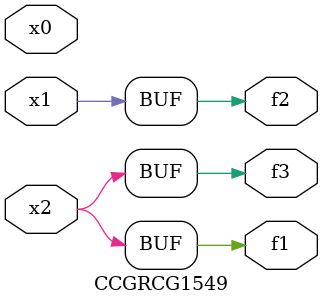
<source format=v>
module CCGRCG1549(
	input x0, x1, x2,
	output f1, f2, f3
);
	assign f1 = x2;
	assign f2 = x1;
	assign f3 = x2;
endmodule

</source>
